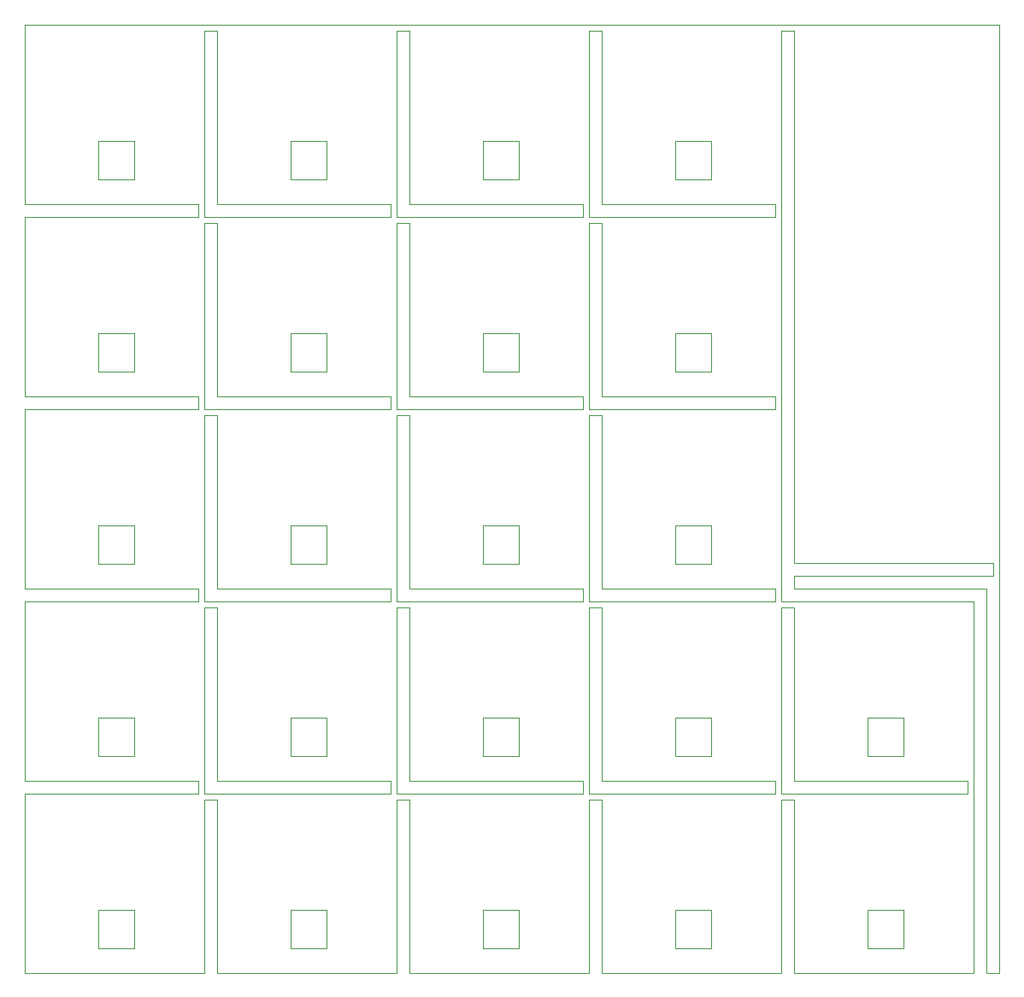
<source format=gm1>
G04 #@! TF.FileFunction,Profile,NP*
%FSLAX46Y46*%
G04 Gerber Fmt 4.6, Leading zero omitted, Abs format (unit mm)*
G04 Created by KiCad (PCBNEW 4.0.7-e2-6376~61~ubuntu18.04.1) date Mon Jul 30 20:02:34 2018*
%MOMM*%
%LPD*%
G01*
G04 APERTURE LIST*
%ADD10C,0.150000*%
%ADD11C,0.100000*%
G04 APERTURE END LIST*
D10*
D11*
X96520000Y-120015000D02*
X96520000Y-121285000D01*
X155575000Y-100965000D02*
X174625000Y-100965000D01*
X155575000Y-99695000D02*
X155575000Y-100965000D01*
X175260000Y-99695000D02*
X155575000Y-99695000D01*
X79375000Y-62865000D02*
X79375000Y-45085000D01*
X79375000Y-64135000D02*
X79375000Y-81915000D01*
X79375000Y-100965000D02*
X79375000Y-83185000D01*
X79375000Y-120015000D02*
X79375000Y-102235000D01*
X79375000Y-121285000D02*
X79375000Y-139065000D01*
X97155000Y-139065000D02*
X79375000Y-139065000D01*
X116205000Y-139065000D02*
X98425000Y-139065000D01*
X135255000Y-139065000D02*
X117475000Y-139065000D01*
X136525000Y-139065000D02*
X136525000Y-121920000D01*
X154305000Y-139065000D02*
X136525000Y-139065000D01*
X173355000Y-139065000D02*
X155575000Y-139065000D01*
X175895000Y-139065000D02*
X174625000Y-139065000D01*
X155575000Y-139065000D02*
X155575000Y-121920000D01*
X136525000Y-121920000D02*
X135255000Y-121920000D01*
X117475000Y-121920000D02*
X116205000Y-121920000D01*
X116205000Y-121920000D02*
X116205000Y-139065000D01*
X135255000Y-121920000D02*
X135255000Y-139065000D01*
X98425000Y-121920000D02*
X97155000Y-121920000D01*
X97155000Y-121920000D02*
X97155000Y-139065000D01*
X154305000Y-45720000D02*
X155575000Y-45720000D01*
X174625000Y-139065000D02*
X174625000Y-100965000D01*
X173355000Y-102235000D02*
X173355000Y-139065000D01*
X155575000Y-121920000D02*
X154305000Y-121920000D01*
X154305000Y-121920000D02*
X154305000Y-139065000D01*
X117475000Y-139065000D02*
X117475000Y-121920000D01*
X98425000Y-139065000D02*
X98425000Y-121920000D01*
X96520000Y-120015000D02*
X79375000Y-120015000D01*
X79375000Y-121285000D02*
X96520000Y-121285000D01*
X97155000Y-121285000D02*
X97155000Y-102870000D01*
X115570000Y-121285000D02*
X97155000Y-121285000D01*
X115570000Y-120015000D02*
X115570000Y-121285000D01*
X98425000Y-120015000D02*
X115570000Y-120015000D01*
X98425000Y-102870000D02*
X98425000Y-120015000D01*
X97155000Y-102870000D02*
X98425000Y-102870000D01*
X96520000Y-102235000D02*
X96520000Y-100965000D01*
X79375000Y-102235000D02*
X96520000Y-102235000D01*
X96520000Y-100965000D02*
X79375000Y-100965000D01*
X98425000Y-100965000D02*
X115570000Y-100965000D01*
X98425000Y-83820000D02*
X98425000Y-100965000D01*
X97155000Y-83820000D02*
X98425000Y-83820000D01*
X97155000Y-102235000D02*
X97155000Y-83820000D01*
X115570000Y-102235000D02*
X97155000Y-102235000D01*
X115570000Y-100965000D02*
X115570000Y-102235000D01*
X116205000Y-121285000D02*
X116205000Y-102870000D01*
X134620000Y-121285000D02*
X116205000Y-121285000D01*
X134620000Y-120015000D02*
X134620000Y-121285000D01*
X117475000Y-120015000D02*
X134620000Y-120015000D01*
X117475000Y-102870000D02*
X117475000Y-120015000D01*
X116205000Y-102870000D02*
X117475000Y-102870000D01*
X172720000Y-121285000D02*
X154305000Y-121285000D01*
X172720000Y-120015000D02*
X172720000Y-121285000D01*
X135255000Y-121285000D02*
X135255000Y-102870000D01*
X153670000Y-121285000D02*
X135255000Y-121285000D01*
X153670000Y-120015000D02*
X153670000Y-121285000D01*
X136525000Y-120015000D02*
X153670000Y-120015000D01*
X136525000Y-102870000D02*
X136525000Y-120015000D01*
X135255000Y-102870000D02*
X136525000Y-102870000D01*
X154305000Y-121285000D02*
X154305000Y-102870000D01*
X155575000Y-120015000D02*
X172720000Y-120015000D01*
X155575000Y-102870000D02*
X155575000Y-120015000D01*
X154305000Y-102870000D02*
X155575000Y-102870000D01*
X116205000Y-102235000D02*
X116205000Y-83820000D01*
X134620000Y-102235000D02*
X116205000Y-102235000D01*
X134620000Y-100965000D02*
X134620000Y-102235000D01*
X117475000Y-100965000D02*
X134620000Y-100965000D01*
X117475000Y-83820000D02*
X117475000Y-100965000D01*
X116205000Y-83820000D02*
X117475000Y-83820000D01*
X135255000Y-102235000D02*
X135255000Y-83820000D01*
X153670000Y-102235000D02*
X135255000Y-102235000D01*
X153670000Y-100965000D02*
X153670000Y-102235000D01*
X136525000Y-100965000D02*
X153670000Y-100965000D01*
X136525000Y-83820000D02*
X136525000Y-100965000D01*
X135255000Y-83820000D02*
X136525000Y-83820000D01*
X96520000Y-83185000D02*
X79375000Y-83185000D01*
X96520000Y-81915000D02*
X96520000Y-83185000D01*
X79375000Y-81915000D02*
X96520000Y-81915000D01*
X97155000Y-83185000D02*
X97155000Y-64770000D01*
X115570000Y-83185000D02*
X97155000Y-83185000D01*
X115570000Y-81915000D02*
X115570000Y-83185000D01*
X98425000Y-81915000D02*
X115570000Y-81915000D01*
X98425000Y-64770000D02*
X98425000Y-81915000D01*
X97155000Y-64770000D02*
X98425000Y-64770000D01*
X116205000Y-83185000D02*
X116205000Y-64770000D01*
X134620000Y-83185000D02*
X116205000Y-83185000D01*
X134620000Y-81915000D02*
X134620000Y-83185000D01*
X117475000Y-81915000D02*
X134620000Y-81915000D01*
X117475000Y-64770000D02*
X117475000Y-81915000D01*
X116205000Y-64770000D02*
X117475000Y-64770000D01*
X135255000Y-83185000D02*
X135255000Y-64770000D01*
X153670000Y-83185000D02*
X135255000Y-83185000D01*
X153670000Y-81915000D02*
X153670000Y-83185000D01*
X136525000Y-81915000D02*
X153670000Y-81915000D01*
X136525000Y-64770000D02*
X136525000Y-81915000D01*
X135255000Y-64770000D02*
X136525000Y-64770000D01*
X96520000Y-64135000D02*
X96520000Y-62865000D01*
X79375000Y-64135000D02*
X96520000Y-64135000D01*
X96520000Y-62865000D02*
X79375000Y-62865000D01*
X97155000Y-64135000D02*
X97155000Y-45720000D01*
X115570000Y-64135000D02*
X97155000Y-64135000D01*
X115570000Y-62865000D02*
X115570000Y-64135000D01*
X98425000Y-62865000D02*
X115570000Y-62865000D01*
X98425000Y-45720000D02*
X98425000Y-62865000D01*
X97155000Y-45720000D02*
X98425000Y-45720000D01*
X116205000Y-64135000D02*
X116205000Y-45720000D01*
X134620000Y-64135000D02*
X116205000Y-64135000D01*
X134620000Y-62865000D02*
X134620000Y-64135000D01*
X117475000Y-62865000D02*
X134620000Y-62865000D01*
X117475000Y-45720000D02*
X117475000Y-62865000D01*
X116205000Y-45720000D02*
X117475000Y-45720000D01*
X154305000Y-102235000D02*
X154305000Y-45720000D01*
X173355000Y-102235000D02*
X154305000Y-102235000D01*
X175260000Y-99695000D02*
X175260000Y-98425000D01*
X155575000Y-98425000D02*
X175260000Y-98425000D01*
X155575000Y-45720000D02*
X155575000Y-98425000D01*
X135255000Y-64135000D02*
X135255000Y-45720000D01*
X153670000Y-64135000D02*
X135255000Y-64135000D01*
X153670000Y-62865000D02*
X153670000Y-64135000D01*
X136525000Y-62865000D02*
X153670000Y-62865000D01*
X136525000Y-45720000D02*
X136525000Y-62865000D01*
X135255000Y-45720000D02*
X136525000Y-45720000D01*
X175895000Y-45085000D02*
X175895000Y-139065000D01*
X79375000Y-45085000D02*
X175895000Y-45085000D01*
X166370000Y-136683750D02*
X166370000Y-132873750D01*
X147320000Y-136683750D02*
X147320000Y-132873750D01*
X128270000Y-136683750D02*
X128270000Y-132873750D01*
X109220000Y-136683750D02*
X109220000Y-132873750D01*
X90170000Y-136683750D02*
X90170000Y-132873750D01*
X166370000Y-117633750D02*
X166370000Y-113823750D01*
X147320000Y-117633750D02*
X147320000Y-113823750D01*
X128270000Y-117633750D02*
X128270000Y-113823750D01*
X109220000Y-117633750D02*
X109220000Y-113823750D01*
X90170000Y-117633750D02*
X90170000Y-113823750D01*
X147320000Y-98583750D02*
X147320000Y-94773750D01*
X128270000Y-98583750D02*
X128270000Y-94773750D01*
X109220000Y-98583750D02*
X109220000Y-94773750D01*
X90170000Y-98583750D02*
X90170000Y-94773750D01*
X147320000Y-79533750D02*
X147320000Y-75723750D01*
X128270000Y-79533750D02*
X128270000Y-75723750D01*
X109220000Y-79533750D02*
X109220000Y-75723750D01*
X90170000Y-79533750D02*
X90170000Y-75723750D01*
X147320000Y-60483750D02*
X147320000Y-56673750D01*
X128270000Y-60483750D02*
X128270000Y-56673750D01*
X109220000Y-60483750D02*
X109220000Y-56673750D01*
X162877500Y-132873750D02*
X166370000Y-132873750D01*
X143827500Y-132873750D02*
X147320000Y-132873750D01*
X124777500Y-132873750D02*
X128270000Y-132873750D01*
X105727500Y-132873750D02*
X109220000Y-132873750D01*
X86677500Y-132873750D02*
X90170000Y-132873750D01*
X162877500Y-113823750D02*
X166370000Y-113823750D01*
X143827500Y-113823750D02*
X147320000Y-113823750D01*
X124777500Y-113823750D02*
X128270000Y-113823750D01*
X105727500Y-113823750D02*
X109220000Y-113823750D01*
X86677500Y-113823750D02*
X90170000Y-113823750D01*
X143827500Y-94773750D02*
X147320000Y-94773750D01*
X124777500Y-94773750D02*
X128270000Y-94773750D01*
X105727500Y-94773750D02*
X109220000Y-94773750D01*
X86677500Y-94773750D02*
X90170000Y-94773750D01*
X143827500Y-75723750D02*
X147320000Y-75723750D01*
X124777500Y-75723750D02*
X128270000Y-75723750D01*
X105727500Y-75723750D02*
X109220000Y-75723750D01*
X86677500Y-75723750D02*
X90170000Y-75723750D01*
X143827500Y-56673750D02*
X147320000Y-56673750D01*
X124777500Y-56673750D02*
X128270000Y-56673750D01*
X105727500Y-56673750D02*
X109220000Y-56673750D01*
X162877500Y-136683750D02*
X166370000Y-136683750D01*
X143827500Y-136683750D02*
X147320000Y-136683750D01*
X124777500Y-136683750D02*
X128270000Y-136683750D01*
X105727500Y-136683750D02*
X109220000Y-136683750D01*
X86677500Y-136683750D02*
X90170000Y-136683750D01*
X162877500Y-117633750D02*
X166370000Y-117633750D01*
X143827500Y-117633750D02*
X147320000Y-117633750D01*
X124777500Y-117633750D02*
X128270000Y-117633750D01*
X105727500Y-117633750D02*
X109220000Y-117633750D01*
X86677500Y-117633750D02*
X90170000Y-117633750D01*
X143827500Y-98583750D02*
X147320000Y-98583750D01*
X124777500Y-98583750D02*
X128270000Y-98583750D01*
X105727500Y-98583750D02*
X109220000Y-98583750D01*
X86677500Y-98583750D02*
X90170000Y-98583750D01*
X143827500Y-79533750D02*
X147320000Y-79533750D01*
X124777500Y-79533750D02*
X128270000Y-79533750D01*
X105727500Y-79533750D02*
X109220000Y-79533750D01*
X86677500Y-79533750D02*
X90170000Y-79533750D01*
X143827500Y-60483750D02*
X147320000Y-60483750D01*
X124777500Y-60483750D02*
X128270000Y-60483750D01*
X105727500Y-60483750D02*
X109220000Y-60483750D01*
X162877500Y-136683750D02*
X162877500Y-132873750D01*
X143827500Y-136683750D02*
X143827500Y-132873750D01*
X124777500Y-136683750D02*
X124777500Y-132873750D01*
X105727500Y-136683750D02*
X105727500Y-132873750D01*
X86677500Y-136683750D02*
X86677500Y-132873750D01*
X162877500Y-117633750D02*
X162877500Y-113823750D01*
X143827500Y-117633750D02*
X143827500Y-113823750D01*
X124777500Y-117633750D02*
X124777500Y-113823750D01*
X105727500Y-117633750D02*
X105727500Y-113823750D01*
X86677500Y-117633750D02*
X86677500Y-113823750D01*
X143827500Y-98583750D02*
X143827500Y-94773750D01*
X124777500Y-98583750D02*
X124777500Y-94773750D01*
X105727500Y-98583750D02*
X105727500Y-94773750D01*
X86677500Y-98583750D02*
X86677500Y-94773750D01*
X143827500Y-79533750D02*
X143827500Y-75723750D01*
X124777500Y-79533750D02*
X124777500Y-75723750D01*
X105727500Y-79533750D02*
X105727500Y-75723750D01*
X86677500Y-79533750D02*
X86677500Y-75723750D01*
X143827500Y-60483750D02*
X143827500Y-56673750D01*
X124777500Y-60483750D02*
X124777500Y-56673750D01*
X105727500Y-60483750D02*
X105727500Y-56673750D01*
X90170000Y-60483750D02*
X90170000Y-56673750D01*
X86677500Y-60483750D02*
X90170000Y-60483750D01*
X86677500Y-56673750D02*
X90170000Y-56673750D01*
X86677500Y-60483750D02*
X86677500Y-56673750D01*
M02*

</source>
